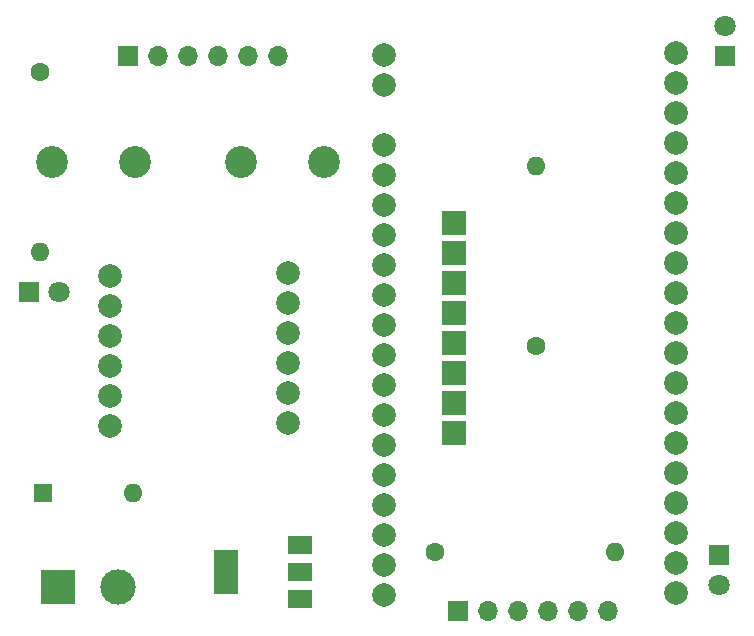
<source format=gbr>
%TF.GenerationSoftware,KiCad,Pcbnew,7.0.2*%
%TF.CreationDate,2023-08-19T23:37:56-03:00*%
%TF.ProjectId,Placa v1.1,506c6163-6120-4763-912e-312e6b696361,rev?*%
%TF.SameCoordinates,Original*%
%TF.FileFunction,Soldermask,Top*%
%TF.FilePolarity,Negative*%
%FSLAX46Y46*%
G04 Gerber Fmt 4.6, Leading zero omitted, Abs format (unit mm)*
G04 Created by KiCad (PCBNEW 7.0.2) date 2023-08-19 23:37:56*
%MOMM*%
%LPD*%
G01*
G04 APERTURE LIST*
%ADD10R,1.800000X1.800000*%
%ADD11C,1.800000*%
%ADD12C,2.700000*%
%ADD13R,1.600000X1.600000*%
%ADD14O,1.600000X1.600000*%
%ADD15C,1.600000*%
%ADD16C,2.000000*%
%ADD17R,1.700000X1.700000*%
%ADD18O,1.700000X1.700000*%
%ADD19R,2.000000X1.500000*%
%ADD20R,2.000000X3.800000*%
%ADD21R,3.000000X3.000000*%
%ADD22C,3.000000*%
%ADD23R,2.000000X2.000000*%
G04 APERTURE END LIST*
D10*
%TO.C,D2*%
X190000000Y-43000000D03*
D11*
X190000000Y-40460000D03*
%TD*%
D10*
%TO.C,D4*%
X189489565Y-85273763D03*
D11*
X189489565Y-87813763D03*
%TD*%
D12*
%TO.C,FUS\u00CDVEL*%
X133000000Y-52000000D03*
X140000000Y-52000000D03*
X149000000Y-52000000D03*
X156000000Y-52000000D03*
%TD*%
D13*
%TO.C,B1*%
X132232500Y-80000000D03*
D14*
X139852500Y-80000000D03*
%TD*%
D15*
%TO.C,R2*%
X132000000Y-44380000D03*
D14*
X132000000Y-59620000D03*
%TD*%
D16*
%TO.C,U3*%
X161095000Y-42900000D03*
X161095000Y-45440000D03*
X161095000Y-50520000D03*
X161095000Y-53060000D03*
X161095000Y-55600000D03*
X161095000Y-58140000D03*
X161095000Y-60680000D03*
X161095000Y-63220000D03*
X161095000Y-65760000D03*
X161095000Y-68300000D03*
X161095000Y-70840000D03*
X161095000Y-73380000D03*
X161095000Y-75920000D03*
X161095000Y-78460000D03*
X161095000Y-81000000D03*
X161095000Y-83540000D03*
X161095000Y-86080000D03*
X161095000Y-88620000D03*
X185800000Y-42780000D03*
X185800000Y-45320000D03*
X185800000Y-47860000D03*
X185800000Y-50400000D03*
X185800000Y-52940000D03*
X185800000Y-55480000D03*
X185800000Y-58020000D03*
X185800000Y-60560000D03*
X185800000Y-63100000D03*
X185800000Y-65640000D03*
X185800000Y-68180000D03*
X185800000Y-70720000D03*
X185800000Y-73260000D03*
X185800000Y-75800000D03*
X185800000Y-78340000D03*
X185800000Y-80880000D03*
X185800000Y-83420000D03*
X185800000Y-85960000D03*
X185800000Y-88500000D03*
%TD*%
D17*
%TO.C,MOTOR2*%
X167380000Y-90000000D03*
D18*
X169920000Y-90000000D03*
X172460000Y-90000000D03*
X175000000Y-90000000D03*
X177540000Y-90000000D03*
X180080000Y-90000000D03*
%TD*%
D15*
%TO.C,R1*%
X174000000Y-67620000D03*
D14*
X174000000Y-52380000D03*
%TD*%
D19*
%TO.C,3V3*%
X154000000Y-89000000D03*
X154000000Y-86700000D03*
D20*
X147700000Y-86700000D03*
D19*
X154000000Y-84400000D03*
%TD*%
D17*
%TO.C,MOTOR1*%
X139380000Y-43000000D03*
D18*
X141920000Y-43000000D03*
X144460000Y-43000000D03*
X147000000Y-43000000D03*
X149540000Y-43000000D03*
X152080000Y-43000000D03*
%TD*%
D10*
%TO.C,D3*%
X131000000Y-63000000D03*
D11*
X133540000Y-63000000D03*
%TD*%
D21*
%TO.C,BATERIA*%
X133460000Y-88000000D03*
D22*
X138540000Y-88000000D03*
%TD*%
D15*
%TO.C,R3*%
X165380000Y-85000000D03*
D14*
X180620000Y-85000000D03*
%TD*%
D16*
%TO.C,DRV8833*%
X137920000Y-61620000D03*
X137920000Y-64160000D03*
X137920000Y-66700000D03*
X137920000Y-69240000D03*
X137920000Y-71780000D03*
X137920000Y-74320000D03*
X153000000Y-61380000D03*
X153000000Y-63920000D03*
X153000000Y-66460000D03*
X153000000Y-69000000D03*
X153000000Y-71540000D03*
X153000000Y-74080000D03*
%TD*%
D23*
%TO.C,MPU6050*%
X167000000Y-57205000D03*
X167000000Y-59745000D03*
X167000000Y-62285000D03*
X167000000Y-64825000D03*
X167000000Y-67365000D03*
X167000000Y-69905000D03*
X167000000Y-72445000D03*
X167000000Y-74985000D03*
%TD*%
M02*

</source>
